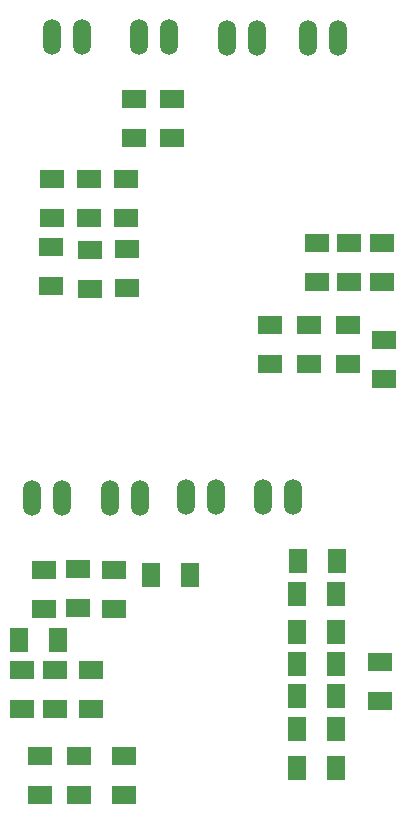
<source format=gtp>
G04 (created by PCBNEW-RS274X (2012-apr-16-27)-stable) date Sat 01 Mar 2014 16:34:46 GMT*
G01*
G70*
G90*
%MOIN*%
G04 Gerber Fmt 3.4, Leading zero omitted, Abs format*
%FSLAX34Y34*%
G04 APERTURE LIST*
%ADD10C,0.006000*%
%ADD11R,0.060000X0.080000*%
%ADD12R,0.080000X0.060000*%
%ADD13O,0.059300X0.118700*%
G04 APERTURE END LIST*
G54D10*
G54D11*
X68630Y-42680D03*
X69930Y-42680D03*
G54D12*
X62860Y-44890D03*
X62860Y-43590D03*
X61380Y-43590D03*
X61380Y-44890D03*
X71390Y-41740D03*
X71390Y-40440D03*
X61770Y-42000D03*
X61770Y-40700D03*
X60580Y-42000D03*
X60580Y-40700D03*
G54D11*
X69930Y-40520D03*
X68630Y-40520D03*
X68650Y-43980D03*
X69950Y-43980D03*
X65060Y-37550D03*
X63760Y-37550D03*
X69950Y-38180D03*
X68650Y-38180D03*
X68650Y-39440D03*
X69950Y-39440D03*
G54D12*
X60080Y-44870D03*
X60080Y-43570D03*
G54D11*
X68650Y-41580D03*
X69950Y-41580D03*
G54D13*
X64940Y-34940D03*
X65940Y-34940D03*
X67520Y-34960D03*
X68520Y-34960D03*
G54D12*
X59460Y-40710D03*
X59460Y-42010D03*
X60470Y-25630D03*
X60470Y-24330D03*
X71550Y-31000D03*
X71550Y-29700D03*
X61740Y-26700D03*
X61740Y-28000D03*
X67730Y-29220D03*
X67730Y-30520D03*
X69040Y-29210D03*
X69040Y-30510D03*
X70340Y-29210D03*
X70340Y-30510D03*
G54D11*
X69960Y-37070D03*
X68660Y-37070D03*
G54D12*
X61350Y-38660D03*
X61350Y-37360D03*
X60190Y-37370D03*
X60190Y-38670D03*
G54D11*
X59380Y-39710D03*
X60680Y-39710D03*
G54D12*
X62530Y-38670D03*
X62530Y-37370D03*
X62950Y-25660D03*
X62950Y-24360D03*
X69290Y-27780D03*
X69290Y-26480D03*
X71460Y-26480D03*
X71460Y-27780D03*
X64480Y-21690D03*
X64480Y-22990D03*
X63220Y-22990D03*
X63220Y-21690D03*
X62970Y-26670D03*
X62970Y-27970D03*
X60440Y-27920D03*
X60440Y-26620D03*
G54D13*
X59800Y-34970D03*
X60800Y-34970D03*
X62390Y-34970D03*
X63390Y-34970D03*
X63380Y-19620D03*
X64380Y-19620D03*
X68990Y-19650D03*
X69990Y-19650D03*
X60480Y-19620D03*
X61480Y-19620D03*
X66300Y-19630D03*
X67300Y-19630D03*
G54D12*
X61690Y-25660D03*
X61690Y-24360D03*
X70380Y-26480D03*
X70380Y-27780D03*
M02*

</source>
